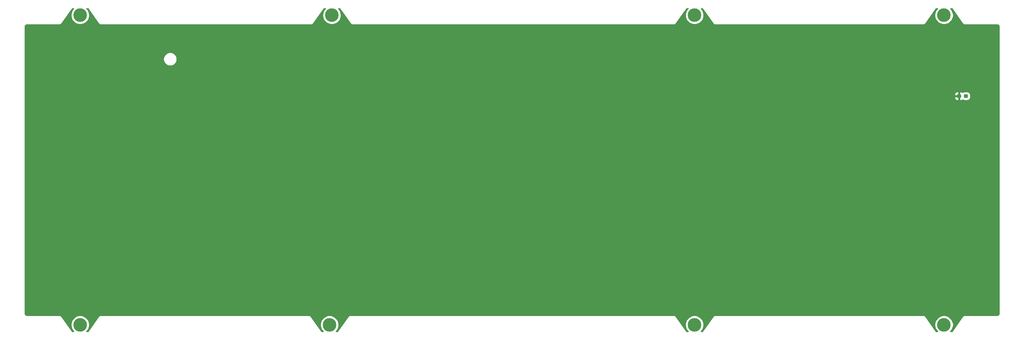
<source format=gbr>
G04 #@! TF.GenerationSoftware,KiCad,Pcbnew,(5.1.4-0)*
G04 #@! TF.CreationDate,2021-11-04T10:19:40-05:00*
G04 #@! TF.ProjectId,bottom_plate,626f7474-6f6d-45f7-906c-6174652e6b69,rev?*
G04 #@! TF.SameCoordinates,Original*
G04 #@! TF.FileFunction,Copper,L1,Top*
G04 #@! TF.FilePolarity,Positive*
%FSLAX46Y46*%
G04 Gerber Fmt 4.6, Leading zero omitted, Abs format (unit mm)*
G04 Created by KiCad (PCBNEW (5.1.4-0)) date 2021-11-04 10:19:40*
%MOMM*%
%LPD*%
G04 APERTURE LIST*
%ADD10C,0.100000*%
%ADD11C,0.950000*%
%ADD12C,3.500000*%
%ADD13C,0.500000*%
%ADD14C,0.250000*%
%ADD15C,0.254000*%
G04 APERTURE END LIST*
D10*
G36*
X389951468Y-59045048D02*
G01*
X389974523Y-59048467D01*
X389997132Y-59054131D01*
X390019076Y-59061983D01*
X390040146Y-59071948D01*
X390060137Y-59083930D01*
X390078857Y-59097814D01*
X390096127Y-59113466D01*
X390111779Y-59130736D01*
X390125663Y-59149456D01*
X390137645Y-59169447D01*
X390147610Y-59190517D01*
X390155462Y-59212461D01*
X390161126Y-59235070D01*
X390164545Y-59258125D01*
X390165689Y-59281404D01*
X390165689Y-59756404D01*
X390164545Y-59779683D01*
X390161126Y-59802738D01*
X390155462Y-59825347D01*
X390147610Y-59847291D01*
X390137645Y-59868361D01*
X390125663Y-59888352D01*
X390111779Y-59907072D01*
X390096127Y-59924342D01*
X390078857Y-59939994D01*
X390060137Y-59953878D01*
X390040146Y-59965860D01*
X390019076Y-59975825D01*
X389997132Y-59983677D01*
X389974523Y-59989341D01*
X389951468Y-59992760D01*
X389928189Y-59993904D01*
X389353189Y-59993904D01*
X389329910Y-59992760D01*
X389306855Y-59989341D01*
X389284246Y-59983677D01*
X389262302Y-59975825D01*
X389241232Y-59965860D01*
X389221241Y-59953878D01*
X389202521Y-59939994D01*
X389185251Y-59924342D01*
X389169599Y-59907072D01*
X389155715Y-59888352D01*
X389143733Y-59868361D01*
X389133768Y-59847291D01*
X389125916Y-59825347D01*
X389120252Y-59802738D01*
X389116833Y-59779683D01*
X389115689Y-59756404D01*
X389115689Y-59281404D01*
X389116833Y-59258125D01*
X389120252Y-59235070D01*
X389125916Y-59212461D01*
X389133768Y-59190517D01*
X389143733Y-59169447D01*
X389155715Y-59149456D01*
X389169599Y-59130736D01*
X389185251Y-59113466D01*
X389202521Y-59097814D01*
X389221241Y-59083930D01*
X389241232Y-59071948D01*
X389262302Y-59061983D01*
X389284246Y-59054131D01*
X389306855Y-59048467D01*
X389329910Y-59045048D01*
X389353189Y-59043904D01*
X389928189Y-59043904D01*
X389951468Y-59045048D01*
X389951468Y-59045048D01*
G37*
D11*
X389640689Y-59518904D03*
D10*
G36*
X388201468Y-59045048D02*
G01*
X388224523Y-59048467D01*
X388247132Y-59054131D01*
X388269076Y-59061983D01*
X388290146Y-59071948D01*
X388310137Y-59083930D01*
X388328857Y-59097814D01*
X388346127Y-59113466D01*
X388361779Y-59130736D01*
X388375663Y-59149456D01*
X388387645Y-59169447D01*
X388397610Y-59190517D01*
X388405462Y-59212461D01*
X388411126Y-59235070D01*
X388414545Y-59258125D01*
X388415689Y-59281404D01*
X388415689Y-59756404D01*
X388414545Y-59779683D01*
X388411126Y-59802738D01*
X388405462Y-59825347D01*
X388397610Y-59847291D01*
X388387645Y-59868361D01*
X388375663Y-59888352D01*
X388361779Y-59907072D01*
X388346127Y-59924342D01*
X388328857Y-59939994D01*
X388310137Y-59953878D01*
X388290146Y-59965860D01*
X388269076Y-59975825D01*
X388247132Y-59983677D01*
X388224523Y-59989341D01*
X388201468Y-59992760D01*
X388178189Y-59993904D01*
X387603189Y-59993904D01*
X387579910Y-59992760D01*
X387556855Y-59989341D01*
X387534246Y-59983677D01*
X387512302Y-59975825D01*
X387491232Y-59965860D01*
X387471241Y-59953878D01*
X387452521Y-59939994D01*
X387435251Y-59924342D01*
X387419599Y-59907072D01*
X387405715Y-59888352D01*
X387393733Y-59868361D01*
X387383768Y-59847291D01*
X387375916Y-59825347D01*
X387370252Y-59802738D01*
X387366833Y-59779683D01*
X387365689Y-59756404D01*
X387365689Y-59281404D01*
X387366833Y-59258125D01*
X387370252Y-59235070D01*
X387375916Y-59212461D01*
X387383768Y-59190517D01*
X387393733Y-59169447D01*
X387405715Y-59149456D01*
X387419599Y-59130736D01*
X387435251Y-59113466D01*
X387452521Y-59097814D01*
X387471241Y-59083930D01*
X387491232Y-59071948D01*
X387512302Y-59061983D01*
X387534246Y-59054131D01*
X387556855Y-59048467D01*
X387579910Y-59045048D01*
X387603189Y-59043904D01*
X388178189Y-59043904D01*
X388201468Y-59045048D01*
X388201468Y-59045048D01*
G37*
D11*
X387890689Y-59518904D03*
D12*
X319709314Y-118454824D03*
X319709381Y-38682951D03*
X225649927Y-118454824D03*
X226245240Y-38683016D03*
X161356123Y-118454824D03*
X161356322Y-38683016D03*
X384003010Y-38683016D03*
X384003010Y-118454824D03*
D13*
X385194165Y-59518840D03*
D14*
X387711370Y-59518840D02*
X385194165Y-59518840D01*
D15*
G36*
X317856831Y-37162602D02*
G01*
X317595821Y-37553230D01*
X317416035Y-37987272D01*
X317324381Y-38448049D01*
X317324381Y-38917853D01*
X317416035Y-39378630D01*
X317595821Y-39812672D01*
X317856831Y-40203300D01*
X318189032Y-40535501D01*
X318579660Y-40796511D01*
X319013702Y-40976297D01*
X319474479Y-41067951D01*
X319944283Y-41067951D01*
X320405060Y-40976297D01*
X320839102Y-40796511D01*
X321229730Y-40535501D01*
X321561931Y-40203300D01*
X321822941Y-39812672D01*
X322002727Y-39378630D01*
X322094381Y-38917853D01*
X322094381Y-38448049D01*
X322002727Y-37987272D01*
X321822941Y-37553230D01*
X321561931Y-37162602D01*
X321361033Y-36961704D01*
X321751082Y-36961704D01*
X324505207Y-40817712D01*
X324515697Y-40837337D01*
X324542894Y-40870476D01*
X324548889Y-40878870D01*
X324563476Y-40895556D01*
X324598174Y-40937835D01*
X324606186Y-40944411D01*
X324613017Y-40952224D01*
X324656388Y-40985610D01*
X324698672Y-41020312D01*
X324707820Y-41025202D01*
X324716037Y-41031527D01*
X324765079Y-41055807D01*
X324813329Y-41081597D01*
X324823249Y-41084606D01*
X324832548Y-41089210D01*
X324885386Y-41103456D01*
X324937739Y-41119337D01*
X324948062Y-41120354D01*
X324958074Y-41123053D01*
X325012664Y-41126716D01*
X325034703Y-41128887D01*
X325045010Y-41128887D01*
X325087792Y-41131758D01*
X325109862Y-41128887D01*
X378602454Y-41128952D01*
X378624514Y-41131822D01*
X378667301Y-41128952D01*
X378677620Y-41128952D01*
X378699655Y-41126782D01*
X378754231Y-41123121D01*
X378764251Y-41120420D01*
X378774584Y-41119402D01*
X378826936Y-41103521D01*
X378879758Y-41089281D01*
X378889063Y-41084675D01*
X378898994Y-41081662D01*
X378947247Y-41055871D01*
X378996271Y-41031601D01*
X379004494Y-41025272D01*
X379013651Y-41020377D01*
X379055933Y-40985677D01*
X379099293Y-40952301D01*
X379106129Y-40944482D01*
X379114149Y-40937900D01*
X379148851Y-40895616D01*
X379163423Y-40878948D01*
X379169419Y-40870554D01*
X379196626Y-40837402D01*
X379207113Y-40817781D01*
X381961402Y-36961768D01*
X382351359Y-36961768D01*
X382150460Y-37162667D01*
X381889450Y-37553295D01*
X381709664Y-37987337D01*
X381618010Y-38448114D01*
X381618010Y-38917918D01*
X381709664Y-39378695D01*
X381889450Y-39812737D01*
X382150460Y-40203365D01*
X382482661Y-40535566D01*
X382873289Y-40796576D01*
X383307331Y-40976362D01*
X383768108Y-41068016D01*
X384237912Y-41068016D01*
X384698689Y-40976362D01*
X385132731Y-40796576D01*
X385523359Y-40535566D01*
X385855560Y-40203365D01*
X386116570Y-39812737D01*
X386296356Y-39378695D01*
X386388010Y-38917918D01*
X386388010Y-38448114D01*
X386296356Y-37987337D01*
X386116570Y-37553295D01*
X385855560Y-37162667D01*
X385654661Y-36961768D01*
X386044778Y-36961768D01*
X388799040Y-40817968D01*
X388809391Y-40837333D01*
X388836233Y-40870040D01*
X388842585Y-40878934D01*
X388858033Y-40896605D01*
X388891867Y-40937832D01*
X388899683Y-40944247D01*
X388906713Y-40952288D01*
X388951331Y-40986634D01*
X388992364Y-41020310D01*
X389001245Y-41025057D01*
X389009733Y-41031591D01*
X389060380Y-41056666D01*
X389107021Y-41081596D01*
X389116613Y-41084506D01*
X389126244Y-41089274D01*
X389180955Y-41104025D01*
X389231431Y-41119337D01*
X389241387Y-41120318D01*
X389251770Y-41123117D01*
X389308384Y-41126916D01*
X389328394Y-41128887D01*
X389337753Y-41128887D01*
X389381488Y-41131822D01*
X389404047Y-41128888D01*
X397662903Y-41128951D01*
X397797637Y-41142162D01*
X397896182Y-41171915D01*
X397987079Y-41220245D01*
X398066848Y-41285303D01*
X398132471Y-41364628D01*
X398181431Y-41455178D01*
X398211872Y-41553515D01*
X398225811Y-41686135D01*
X398225810Y-115445987D01*
X398212600Y-115580714D01*
X398182846Y-115679263D01*
X398134516Y-115770157D01*
X398069459Y-115849926D01*
X397990136Y-115915547D01*
X397899584Y-115964509D01*
X397801249Y-115994949D01*
X397668624Y-116008888D01*
X389403565Y-116008952D01*
X389381511Y-116006083D01*
X389338720Y-116008953D01*
X389328394Y-116008953D01*
X389306355Y-116011124D01*
X389251794Y-116014783D01*
X389241773Y-116017484D01*
X389231431Y-116018503D01*
X389179063Y-116034389D01*
X389126266Y-116048622D01*
X389116959Y-116053229D01*
X389107021Y-116056244D01*
X389058771Y-116082034D01*
X389009753Y-116106300D01*
X389001525Y-116112633D01*
X388992364Y-116117530D01*
X388950087Y-116152227D01*
X388906730Y-116185600D01*
X388899890Y-116193424D01*
X388891867Y-116200008D01*
X388857196Y-116242255D01*
X388842599Y-116258951D01*
X388836585Y-116267370D01*
X388809391Y-116300507D01*
X388798913Y-116320111D01*
X386044614Y-120176072D01*
X385654661Y-120176072D01*
X385855560Y-119975173D01*
X386116570Y-119584545D01*
X386296356Y-119150503D01*
X386388010Y-118689726D01*
X386388010Y-118219922D01*
X386296356Y-117759145D01*
X386116570Y-117325103D01*
X385855560Y-116934475D01*
X385523359Y-116602274D01*
X385132731Y-116341264D01*
X384698689Y-116161478D01*
X384237912Y-116069824D01*
X383768108Y-116069824D01*
X383307331Y-116161478D01*
X382873289Y-116341264D01*
X382482661Y-116602274D01*
X382150460Y-116934475D01*
X381889450Y-117325103D01*
X381709664Y-117759145D01*
X381618010Y-118219922D01*
X381618010Y-118689726D01*
X381709664Y-119150503D01*
X381889450Y-119584545D01*
X382150460Y-119975173D01*
X382351359Y-120176072D01*
X381961402Y-120176072D01*
X379206979Y-116319871D01*
X379196627Y-116300503D01*
X379169770Y-116267778D01*
X379163423Y-116258892D01*
X379147997Y-116241247D01*
X379114150Y-116200005D01*
X379106328Y-116193585D01*
X379099293Y-116185539D01*
X379054674Y-116151194D01*
X379013652Y-116117528D01*
X379004768Y-116112779D01*
X378996271Y-116106239D01*
X378945613Y-116081161D01*
X378898995Y-116056243D01*
X378889400Y-116053332D01*
X378879758Y-116048559D01*
X378825020Y-116033802D01*
X378774585Y-116018503D01*
X378764631Y-116017523D01*
X378754231Y-116014719D01*
X378697589Y-116010920D01*
X378677621Y-116008953D01*
X378668270Y-116008953D01*
X378624514Y-116006018D01*
X378601956Y-116008953D01*
X325109865Y-116008888D01*
X325087803Y-116006018D01*
X325045026Y-116008888D01*
X325034704Y-116008888D01*
X325012647Y-116011060D01*
X324958086Y-116014721D01*
X324948074Y-116017420D01*
X324937740Y-116018438D01*
X324885368Y-116034325D01*
X324832559Y-116048562D01*
X324823259Y-116053166D01*
X324813330Y-116056178D01*
X324765082Y-116081967D01*
X324716047Y-116106242D01*
X324707824Y-116112572D01*
X324698673Y-116117463D01*
X324656400Y-116152156D01*
X324613025Y-116185544D01*
X324606190Y-116193363D01*
X324598175Y-116199940D01*
X324563486Y-116242208D01*
X324548896Y-116258897D01*
X324542895Y-116267298D01*
X324515698Y-116300438D01*
X324505212Y-116320056D01*
X321750981Y-120176072D01*
X321360965Y-120176072D01*
X321561864Y-119975173D01*
X321822874Y-119584545D01*
X322002660Y-119150503D01*
X322094314Y-118689726D01*
X322094314Y-118219922D01*
X322002660Y-117759145D01*
X321822874Y-117325103D01*
X321561864Y-116934475D01*
X321229663Y-116602274D01*
X320839035Y-116341264D01*
X320404993Y-116161478D01*
X319944216Y-116069824D01*
X319474412Y-116069824D01*
X319013635Y-116161478D01*
X318579593Y-116341264D01*
X318188965Y-116602274D01*
X317856764Y-116934475D01*
X317595754Y-117325103D01*
X317415968Y-117759145D01*
X317324314Y-118219922D01*
X317324314Y-118689726D01*
X317415968Y-119150503D01*
X317595754Y-119584545D01*
X317856764Y-119975173D01*
X318057663Y-120176072D01*
X317667713Y-120176072D01*
X314913418Y-116320060D01*
X314902930Y-116300438D01*
X314875721Y-116267283D01*
X314869726Y-116258891D01*
X314855160Y-116242230D01*
X314820453Y-116199940D01*
X314812430Y-116193355D01*
X314805596Y-116185539D01*
X314762244Y-116152169D01*
X314719955Y-116117463D01*
X314710798Y-116112569D01*
X314702574Y-116106238D01*
X314653549Y-116081968D01*
X314605298Y-116056178D01*
X314595365Y-116053165D01*
X314586061Y-116048559D01*
X314533248Y-116034321D01*
X314480888Y-116018438D01*
X314470554Y-116017420D01*
X314460534Y-116014719D01*
X314405961Y-116011058D01*
X314383924Y-116008888D01*
X314373604Y-116008888D01*
X314330817Y-116006018D01*
X314308758Y-116008888D01*
X231050577Y-116008953D01*
X231028519Y-116006083D01*
X230985727Y-116008953D01*
X230975407Y-116008953D01*
X230953378Y-116011123D01*
X230898802Y-116014783D01*
X230888779Y-116017485D01*
X230878443Y-116018503D01*
X230826095Y-116034383D01*
X230773274Y-116048622D01*
X230763966Y-116053230D01*
X230754033Y-116056243D01*
X230705798Y-116082025D01*
X230656761Y-116106300D01*
X230648532Y-116112634D01*
X230639376Y-116117528D01*
X230597105Y-116152219D01*
X230553738Y-116185600D01*
X230546899Y-116193422D01*
X230538878Y-116200005D01*
X230504201Y-116242259D01*
X230489607Y-116258951D01*
X230483598Y-116267364D01*
X230456401Y-116300503D01*
X230445920Y-116320112D01*
X227691622Y-120176072D01*
X227301578Y-120176072D01*
X227502477Y-119975173D01*
X227763487Y-119584545D01*
X227943273Y-119150503D01*
X228034927Y-118689726D01*
X228034927Y-118219922D01*
X227943273Y-117759145D01*
X227763487Y-117325103D01*
X227502477Y-116934475D01*
X227170276Y-116602274D01*
X226779648Y-116341264D01*
X226345606Y-116161478D01*
X225884829Y-116069824D01*
X225415025Y-116069824D01*
X224954248Y-116161478D01*
X224520206Y-116341264D01*
X224129578Y-116602274D01*
X223797377Y-116934475D01*
X223536367Y-117325103D01*
X223356581Y-117759145D01*
X223264927Y-118219922D01*
X223264927Y-118689726D01*
X223356581Y-119150503D01*
X223536367Y-119584545D01*
X223797377Y-119975173D01*
X223998276Y-120176072D01*
X223608329Y-120176072D01*
X220854124Y-116320063D01*
X220843634Y-116300437D01*
X220816430Y-116267289D01*
X220810437Y-116258899D01*
X220795865Y-116242231D01*
X220761156Y-116199939D01*
X220753136Y-116193357D01*
X220746307Y-116185546D01*
X220702949Y-116152170D01*
X220660658Y-116117463D01*
X220651509Y-116112573D01*
X220643286Y-116106243D01*
X220594244Y-116081964D01*
X220546001Y-116056178D01*
X220536074Y-116053167D01*
X220526775Y-116048563D01*
X220473956Y-116034323D01*
X220421591Y-116018438D01*
X220411262Y-116017421D01*
X220401248Y-116014721D01*
X220346677Y-116011060D01*
X220324627Y-116008888D01*
X220314308Y-116008888D01*
X220271531Y-116006018D01*
X220249468Y-116008888D01*
X166757387Y-116009017D01*
X166734844Y-116006083D01*
X166691078Y-116009017D01*
X166681710Y-116009017D01*
X166661744Y-116010983D01*
X166605126Y-116014779D01*
X166594715Y-116017585D01*
X166584746Y-116018567D01*
X166534310Y-116033867D01*
X166479598Y-116048614D01*
X166469946Y-116053392D01*
X166460336Y-116056307D01*
X166413718Y-116081224D01*
X166363083Y-116106289D01*
X166354577Y-116112836D01*
X166345679Y-116117592D01*
X166304663Y-116151254D01*
X166260058Y-116185585D01*
X166253013Y-116193642D01*
X166245181Y-116200070D01*
X166211366Y-116241274D01*
X166195924Y-116258935D01*
X166189555Y-116267851D01*
X166162705Y-116300568D01*
X166152365Y-116319912D01*
X163397744Y-120176072D01*
X163007774Y-120176072D01*
X163208673Y-119975173D01*
X163469683Y-119584545D01*
X163649469Y-119150503D01*
X163741123Y-118689726D01*
X163741123Y-118219922D01*
X163649469Y-117759145D01*
X163469683Y-117325103D01*
X163208673Y-116934475D01*
X162876472Y-116602274D01*
X162485844Y-116341264D01*
X162051802Y-116161478D01*
X161591025Y-116069824D01*
X161121221Y-116069824D01*
X160660444Y-116161478D01*
X160226402Y-116341264D01*
X159835774Y-116602274D01*
X159503573Y-116934475D01*
X159242563Y-117325103D01*
X159062777Y-117759145D01*
X158971123Y-118219922D01*
X158971123Y-118689726D01*
X159062777Y-119150503D01*
X159242563Y-119584545D01*
X159503573Y-119975173D01*
X159704472Y-120176072D01*
X159314532Y-120176072D01*
X156560433Y-116320072D01*
X156549939Y-116300438D01*
X156522733Y-116267288D01*
X156516748Y-116258908D01*
X156502181Y-116242246D01*
X156467462Y-116199940D01*
X156459447Y-116193362D01*
X156452620Y-116185553D01*
X156409272Y-116152185D01*
X156366964Y-116117463D01*
X156357811Y-116112571D01*
X156349600Y-116106250D01*
X156300595Y-116081988D01*
X156252307Y-116056178D01*
X156242379Y-116053166D01*
X156233089Y-116048567D01*
X156180289Y-116034331D01*
X156127897Y-116018438D01*
X156117569Y-116017421D01*
X156107563Y-116014723D01*
X156053000Y-116011061D01*
X156030933Y-116008888D01*
X156020614Y-116008888D01*
X155977847Y-116006018D01*
X155955782Y-116008888D01*
X147696423Y-116008888D01*
X147561696Y-115995678D01*
X147463147Y-115965924D01*
X147372253Y-115917594D01*
X147292484Y-115852537D01*
X147226863Y-115773214D01*
X147177901Y-115682662D01*
X147147461Y-115584327D01*
X147133522Y-115451707D01*
X147133522Y-59993904D01*
X386727617Y-59993904D01*
X386739877Y-60118386D01*
X386776187Y-60238084D01*
X386835152Y-60348398D01*
X386914504Y-60445089D01*
X387011195Y-60524441D01*
X387121509Y-60583406D01*
X387241207Y-60619716D01*
X387365689Y-60631976D01*
X387604939Y-60628904D01*
X387763689Y-60470154D01*
X387763689Y-59645904D01*
X386889439Y-59645904D01*
X386730689Y-59804654D01*
X386727617Y-59993904D01*
X147133522Y-59993904D01*
X147133522Y-59043904D01*
X386727617Y-59043904D01*
X386730689Y-59233154D01*
X386889439Y-59391904D01*
X387763689Y-59391904D01*
X387763689Y-58567654D01*
X388017689Y-58567654D01*
X388017689Y-59391904D01*
X388037689Y-59391904D01*
X388037689Y-59645904D01*
X388017689Y-59645904D01*
X388017689Y-60470154D01*
X388176439Y-60628904D01*
X388415689Y-60631976D01*
X388540171Y-60619716D01*
X388659869Y-60583406D01*
X388770183Y-60524441D01*
X388842850Y-60464805D01*
X388866747Y-60484416D01*
X389018122Y-60565327D01*
X389182373Y-60615152D01*
X389353189Y-60631976D01*
X389928189Y-60631976D01*
X390099005Y-60615152D01*
X390263256Y-60565327D01*
X390414631Y-60484416D01*
X390547312Y-60375527D01*
X390656201Y-60242846D01*
X390737112Y-60091471D01*
X390786937Y-59927220D01*
X390803761Y-59756404D01*
X390803761Y-59281404D01*
X390786937Y-59110588D01*
X390737112Y-58946337D01*
X390656201Y-58794962D01*
X390547312Y-58662281D01*
X390414631Y-58553392D01*
X390263256Y-58472481D01*
X390099005Y-58422656D01*
X389928189Y-58405832D01*
X389353189Y-58405832D01*
X389182373Y-58422656D01*
X389018122Y-58472481D01*
X388866747Y-58553392D01*
X388842850Y-58573003D01*
X388770183Y-58513367D01*
X388659869Y-58454402D01*
X388540171Y-58418092D01*
X388415689Y-58405832D01*
X388176439Y-58408904D01*
X388017689Y-58567654D01*
X387763689Y-58567654D01*
X387604939Y-58408904D01*
X387365689Y-58405832D01*
X387241207Y-58418092D01*
X387121509Y-58454402D01*
X387011195Y-58513367D01*
X386914504Y-58592719D01*
X386835152Y-58689410D01*
X386776187Y-58799724D01*
X386739877Y-58919422D01*
X386727617Y-59043904D01*
X147133522Y-59043904D01*
X147133522Y-49823061D01*
X182838490Y-49823061D01*
X182838490Y-50164827D01*
X182905165Y-50500025D01*
X183035953Y-50815775D01*
X183225827Y-51099942D01*
X183467492Y-51341607D01*
X183751659Y-51531481D01*
X184067409Y-51662269D01*
X184402607Y-51728944D01*
X184744373Y-51728944D01*
X185079571Y-51662269D01*
X185395321Y-51531481D01*
X185679488Y-51341607D01*
X185921153Y-51099942D01*
X186111027Y-50815775D01*
X186241815Y-50500025D01*
X186308490Y-50164827D01*
X186308490Y-49823061D01*
X186241815Y-49487863D01*
X186111027Y-49172113D01*
X185921153Y-48887946D01*
X185679488Y-48646281D01*
X185395321Y-48456407D01*
X185079571Y-48325619D01*
X184744373Y-48258944D01*
X184402607Y-48258944D01*
X184067409Y-48325619D01*
X183751659Y-48456407D01*
X183467492Y-48646281D01*
X183225827Y-48887946D01*
X183035953Y-49172113D01*
X182905165Y-49487863D01*
X182838490Y-49823061D01*
X147133522Y-49823061D01*
X147133522Y-41691853D01*
X147146732Y-41557125D01*
X147176485Y-41458580D01*
X147224815Y-41367683D01*
X147289873Y-41287914D01*
X147369198Y-41222291D01*
X147459748Y-41173331D01*
X147558085Y-41142890D01*
X147690695Y-41128952D01*
X155955767Y-41128952D01*
X155977825Y-41131822D01*
X156020612Y-41128952D01*
X156030933Y-41128952D01*
X156052972Y-41126781D01*
X156107542Y-41123121D01*
X156117561Y-41120420D01*
X156127897Y-41119402D01*
X156180265Y-41103516D01*
X156233069Y-41089281D01*
X156242371Y-41084676D01*
X156252307Y-41081662D01*
X156300570Y-41055865D01*
X156349582Y-41031602D01*
X156357804Y-41025273D01*
X156366964Y-41020377D01*
X156409268Y-40985659D01*
X156452604Y-40952301D01*
X156459435Y-40944487D01*
X156467462Y-40937900D01*
X156502184Y-40895591D01*
X156516734Y-40878949D01*
X156522722Y-40870566D01*
X156549939Y-40837402D01*
X156560430Y-40817775D01*
X159314721Y-36961768D01*
X159704671Y-36961768D01*
X159503772Y-37162667D01*
X159242762Y-37553295D01*
X159062976Y-37987337D01*
X158971322Y-38448114D01*
X158971322Y-38917918D01*
X159062976Y-39378695D01*
X159242762Y-39812737D01*
X159503772Y-40203365D01*
X159835973Y-40535566D01*
X160226601Y-40796576D01*
X160660643Y-40976362D01*
X161121420Y-41068016D01*
X161591224Y-41068016D01*
X162052001Y-40976362D01*
X162486043Y-40796576D01*
X162876671Y-40535566D01*
X163208872Y-40203365D01*
X163469882Y-39812737D01*
X163649668Y-39378695D01*
X163741322Y-38917918D01*
X163741322Y-38448114D01*
X163649668Y-37987337D01*
X163469882Y-37553295D01*
X163208872Y-37162667D01*
X163007973Y-36961768D01*
X163397926Y-36961768D01*
X166152221Y-40817725D01*
X166162705Y-40837338D01*
X166189907Y-40870484D01*
X166195911Y-40878889D01*
X166210491Y-40895566D01*
X166245182Y-40937836D01*
X166253206Y-40944421D01*
X166260042Y-40952240D01*
X166303390Y-40985606D01*
X166345680Y-41020313D01*
X166354841Y-41025209D01*
X166363065Y-41031540D01*
X166412076Y-41055802D01*
X166460337Y-41081598D01*
X166470275Y-41084613D01*
X166479578Y-41089218D01*
X166532369Y-41103449D01*
X166584747Y-41119338D01*
X166595088Y-41120357D01*
X166605106Y-41123057D01*
X166659650Y-41126715D01*
X166681711Y-41128888D01*
X166692046Y-41128888D01*
X166734823Y-41131757D01*
X166756874Y-41128888D01*
X220844289Y-41128888D01*
X220866843Y-41131822D01*
X220910574Y-41128888D01*
X220919941Y-41128888D01*
X220939958Y-41126917D01*
X220996559Y-41123119D01*
X221006945Y-41120319D01*
X221016905Y-41119338D01*
X221067394Y-41104022D01*
X221122087Y-41089277D01*
X221131717Y-41084510D01*
X221141315Y-41081598D01*
X221187961Y-41056665D01*
X221238598Y-41031597D01*
X221247088Y-41025061D01*
X221255972Y-41020313D01*
X221297028Y-40986619D01*
X221341619Y-40952294D01*
X221348644Y-40944259D01*
X221356470Y-40937836D01*
X221390332Y-40896575D01*
X221405749Y-40878941D01*
X221412091Y-40870062D01*
X221438947Y-40837338D01*
X221449302Y-40817964D01*
X224203642Y-36961768D01*
X224593589Y-36961768D01*
X224392690Y-37162667D01*
X224131680Y-37553295D01*
X223951894Y-37987337D01*
X223860240Y-38448114D01*
X223860240Y-38917918D01*
X223951894Y-39378695D01*
X224131680Y-39812737D01*
X224392690Y-40203365D01*
X224724891Y-40535566D01*
X225115519Y-40796576D01*
X225549561Y-40976362D01*
X226010338Y-41068016D01*
X226480142Y-41068016D01*
X226940919Y-40976362D01*
X227374961Y-40796576D01*
X227765589Y-40535566D01*
X228097790Y-40203365D01*
X228358800Y-39812737D01*
X228538586Y-39378695D01*
X228630240Y-38917918D01*
X228630240Y-38448114D01*
X228538586Y-37987337D01*
X228358800Y-37553295D01*
X228097790Y-37162667D01*
X227896891Y-36961768D01*
X228286850Y-36961768D01*
X231041365Y-40817977D01*
X231051713Y-40837338D01*
X231078568Y-40870061D01*
X231084922Y-40878956D01*
X231100350Y-40896602D01*
X231134190Y-40937836D01*
X231142017Y-40944260D01*
X231149053Y-40952307D01*
X231193659Y-40986641D01*
X231234688Y-41020313D01*
X231243577Y-41025064D01*
X231252076Y-41031606D01*
X231302713Y-41056673D01*
X231349345Y-41081598D01*
X231358949Y-41084511D01*
X231368590Y-41089284D01*
X231423286Y-41104028D01*
X231473755Y-41119338D01*
X231483722Y-41120320D01*
X231494118Y-41123122D01*
X231550704Y-41126917D01*
X231570719Y-41128888D01*
X231580099Y-41128888D01*
X231623835Y-41131821D01*
X231646376Y-41128888D01*
X314308759Y-41128888D01*
X314330818Y-41131758D01*
X314373605Y-41128888D01*
X314383925Y-41128888D01*
X314405962Y-41126718D01*
X314460535Y-41123057D01*
X314470555Y-41120356D01*
X314480889Y-41119338D01*
X314533249Y-41103455D01*
X314586062Y-41089217D01*
X314595365Y-41084611D01*
X314605299Y-41081598D01*
X314653564Y-41055800D01*
X314702575Y-41031537D01*
X314710796Y-41025209D01*
X314719956Y-41020313D01*
X314762254Y-40985600D01*
X314805597Y-40952237D01*
X314812430Y-40944421D01*
X314820454Y-40937836D01*
X314855171Y-40895533D01*
X314869727Y-40878884D01*
X314875716Y-40870500D01*
X314902931Y-40837338D01*
X314913421Y-40817712D01*
X317667706Y-36961704D01*
X318057729Y-36961704D01*
X317856831Y-37162602D01*
X317856831Y-37162602D01*
G37*
X317856831Y-37162602D02*
X317595821Y-37553230D01*
X317416035Y-37987272D01*
X317324381Y-38448049D01*
X317324381Y-38917853D01*
X317416035Y-39378630D01*
X317595821Y-39812672D01*
X317856831Y-40203300D01*
X318189032Y-40535501D01*
X318579660Y-40796511D01*
X319013702Y-40976297D01*
X319474479Y-41067951D01*
X319944283Y-41067951D01*
X320405060Y-40976297D01*
X320839102Y-40796511D01*
X321229730Y-40535501D01*
X321561931Y-40203300D01*
X321822941Y-39812672D01*
X322002727Y-39378630D01*
X322094381Y-38917853D01*
X322094381Y-38448049D01*
X322002727Y-37987272D01*
X321822941Y-37553230D01*
X321561931Y-37162602D01*
X321361033Y-36961704D01*
X321751082Y-36961704D01*
X324505207Y-40817712D01*
X324515697Y-40837337D01*
X324542894Y-40870476D01*
X324548889Y-40878870D01*
X324563476Y-40895556D01*
X324598174Y-40937835D01*
X324606186Y-40944411D01*
X324613017Y-40952224D01*
X324656388Y-40985610D01*
X324698672Y-41020312D01*
X324707820Y-41025202D01*
X324716037Y-41031527D01*
X324765079Y-41055807D01*
X324813329Y-41081597D01*
X324823249Y-41084606D01*
X324832548Y-41089210D01*
X324885386Y-41103456D01*
X324937739Y-41119337D01*
X324948062Y-41120354D01*
X324958074Y-41123053D01*
X325012664Y-41126716D01*
X325034703Y-41128887D01*
X325045010Y-41128887D01*
X325087792Y-41131758D01*
X325109862Y-41128887D01*
X378602454Y-41128952D01*
X378624514Y-41131822D01*
X378667301Y-41128952D01*
X378677620Y-41128952D01*
X378699655Y-41126782D01*
X378754231Y-41123121D01*
X378764251Y-41120420D01*
X378774584Y-41119402D01*
X378826936Y-41103521D01*
X378879758Y-41089281D01*
X378889063Y-41084675D01*
X378898994Y-41081662D01*
X378947247Y-41055871D01*
X378996271Y-41031601D01*
X379004494Y-41025272D01*
X379013651Y-41020377D01*
X379055933Y-40985677D01*
X379099293Y-40952301D01*
X379106129Y-40944482D01*
X379114149Y-40937900D01*
X379148851Y-40895616D01*
X379163423Y-40878948D01*
X379169419Y-40870554D01*
X379196626Y-40837402D01*
X379207113Y-40817781D01*
X381961402Y-36961768D01*
X382351359Y-36961768D01*
X382150460Y-37162667D01*
X381889450Y-37553295D01*
X381709664Y-37987337D01*
X381618010Y-38448114D01*
X381618010Y-38917918D01*
X381709664Y-39378695D01*
X381889450Y-39812737D01*
X382150460Y-40203365D01*
X382482661Y-40535566D01*
X382873289Y-40796576D01*
X383307331Y-40976362D01*
X383768108Y-41068016D01*
X384237912Y-41068016D01*
X384698689Y-40976362D01*
X385132731Y-40796576D01*
X385523359Y-40535566D01*
X385855560Y-40203365D01*
X386116570Y-39812737D01*
X386296356Y-39378695D01*
X386388010Y-38917918D01*
X386388010Y-38448114D01*
X386296356Y-37987337D01*
X386116570Y-37553295D01*
X385855560Y-37162667D01*
X385654661Y-36961768D01*
X386044778Y-36961768D01*
X388799040Y-40817968D01*
X388809391Y-40837333D01*
X388836233Y-40870040D01*
X388842585Y-40878934D01*
X388858033Y-40896605D01*
X388891867Y-40937832D01*
X388899683Y-40944247D01*
X388906713Y-40952288D01*
X388951331Y-40986634D01*
X388992364Y-41020310D01*
X389001245Y-41025057D01*
X389009733Y-41031591D01*
X389060380Y-41056666D01*
X389107021Y-41081596D01*
X389116613Y-41084506D01*
X389126244Y-41089274D01*
X389180955Y-41104025D01*
X389231431Y-41119337D01*
X389241387Y-41120318D01*
X389251770Y-41123117D01*
X389308384Y-41126916D01*
X389328394Y-41128887D01*
X389337753Y-41128887D01*
X389381488Y-41131822D01*
X389404047Y-41128888D01*
X397662903Y-41128951D01*
X397797637Y-41142162D01*
X397896182Y-41171915D01*
X397987079Y-41220245D01*
X398066848Y-41285303D01*
X398132471Y-41364628D01*
X398181431Y-41455178D01*
X398211872Y-41553515D01*
X398225811Y-41686135D01*
X398225810Y-115445987D01*
X398212600Y-115580714D01*
X398182846Y-115679263D01*
X398134516Y-115770157D01*
X398069459Y-115849926D01*
X397990136Y-115915547D01*
X397899584Y-115964509D01*
X397801249Y-115994949D01*
X397668624Y-116008888D01*
X389403565Y-116008952D01*
X389381511Y-116006083D01*
X389338720Y-116008953D01*
X389328394Y-116008953D01*
X389306355Y-116011124D01*
X389251794Y-116014783D01*
X389241773Y-116017484D01*
X389231431Y-116018503D01*
X389179063Y-116034389D01*
X389126266Y-116048622D01*
X389116959Y-116053229D01*
X389107021Y-116056244D01*
X389058771Y-116082034D01*
X389009753Y-116106300D01*
X389001525Y-116112633D01*
X388992364Y-116117530D01*
X388950087Y-116152227D01*
X388906730Y-116185600D01*
X388899890Y-116193424D01*
X388891867Y-116200008D01*
X388857196Y-116242255D01*
X388842599Y-116258951D01*
X388836585Y-116267370D01*
X388809391Y-116300507D01*
X388798913Y-116320111D01*
X386044614Y-120176072D01*
X385654661Y-120176072D01*
X385855560Y-119975173D01*
X386116570Y-119584545D01*
X386296356Y-119150503D01*
X386388010Y-118689726D01*
X386388010Y-118219922D01*
X386296356Y-117759145D01*
X386116570Y-117325103D01*
X385855560Y-116934475D01*
X385523359Y-116602274D01*
X385132731Y-116341264D01*
X384698689Y-116161478D01*
X384237912Y-116069824D01*
X383768108Y-116069824D01*
X383307331Y-116161478D01*
X382873289Y-116341264D01*
X382482661Y-116602274D01*
X382150460Y-116934475D01*
X381889450Y-117325103D01*
X381709664Y-117759145D01*
X381618010Y-118219922D01*
X381618010Y-118689726D01*
X381709664Y-119150503D01*
X381889450Y-119584545D01*
X382150460Y-119975173D01*
X382351359Y-120176072D01*
X381961402Y-120176072D01*
X379206979Y-116319871D01*
X379196627Y-116300503D01*
X379169770Y-116267778D01*
X379163423Y-116258892D01*
X379147997Y-116241247D01*
X379114150Y-116200005D01*
X379106328Y-116193585D01*
X379099293Y-116185539D01*
X379054674Y-116151194D01*
X379013652Y-116117528D01*
X379004768Y-116112779D01*
X378996271Y-116106239D01*
X378945613Y-116081161D01*
X378898995Y-116056243D01*
X378889400Y-116053332D01*
X378879758Y-116048559D01*
X378825020Y-116033802D01*
X378774585Y-116018503D01*
X378764631Y-116017523D01*
X378754231Y-116014719D01*
X378697589Y-116010920D01*
X378677621Y-116008953D01*
X378668270Y-116008953D01*
X378624514Y-116006018D01*
X378601956Y-116008953D01*
X325109865Y-116008888D01*
X325087803Y-116006018D01*
X325045026Y-116008888D01*
X325034704Y-116008888D01*
X325012647Y-116011060D01*
X324958086Y-116014721D01*
X324948074Y-116017420D01*
X324937740Y-116018438D01*
X324885368Y-116034325D01*
X324832559Y-116048562D01*
X324823259Y-116053166D01*
X324813330Y-116056178D01*
X324765082Y-116081967D01*
X324716047Y-116106242D01*
X324707824Y-116112572D01*
X324698673Y-116117463D01*
X324656400Y-116152156D01*
X324613025Y-116185544D01*
X324606190Y-116193363D01*
X324598175Y-116199940D01*
X324563486Y-116242208D01*
X324548896Y-116258897D01*
X324542895Y-116267298D01*
X324515698Y-116300438D01*
X324505212Y-116320056D01*
X321750981Y-120176072D01*
X321360965Y-120176072D01*
X321561864Y-119975173D01*
X321822874Y-119584545D01*
X322002660Y-119150503D01*
X322094314Y-118689726D01*
X322094314Y-118219922D01*
X322002660Y-117759145D01*
X321822874Y-117325103D01*
X321561864Y-116934475D01*
X321229663Y-116602274D01*
X320839035Y-116341264D01*
X320404993Y-116161478D01*
X319944216Y-116069824D01*
X319474412Y-116069824D01*
X319013635Y-116161478D01*
X318579593Y-116341264D01*
X318188965Y-116602274D01*
X317856764Y-116934475D01*
X317595754Y-117325103D01*
X317415968Y-117759145D01*
X317324314Y-118219922D01*
X317324314Y-118689726D01*
X317415968Y-119150503D01*
X317595754Y-119584545D01*
X317856764Y-119975173D01*
X318057663Y-120176072D01*
X317667713Y-120176072D01*
X314913418Y-116320060D01*
X314902930Y-116300438D01*
X314875721Y-116267283D01*
X314869726Y-116258891D01*
X314855160Y-116242230D01*
X314820453Y-116199940D01*
X314812430Y-116193355D01*
X314805596Y-116185539D01*
X314762244Y-116152169D01*
X314719955Y-116117463D01*
X314710798Y-116112569D01*
X314702574Y-116106238D01*
X314653549Y-116081968D01*
X314605298Y-116056178D01*
X314595365Y-116053165D01*
X314586061Y-116048559D01*
X314533248Y-116034321D01*
X314480888Y-116018438D01*
X314470554Y-116017420D01*
X314460534Y-116014719D01*
X314405961Y-116011058D01*
X314383924Y-116008888D01*
X314373604Y-116008888D01*
X314330817Y-116006018D01*
X314308758Y-116008888D01*
X231050577Y-116008953D01*
X231028519Y-116006083D01*
X230985727Y-116008953D01*
X230975407Y-116008953D01*
X230953378Y-116011123D01*
X230898802Y-116014783D01*
X230888779Y-116017485D01*
X230878443Y-116018503D01*
X230826095Y-116034383D01*
X230773274Y-116048622D01*
X230763966Y-116053230D01*
X230754033Y-116056243D01*
X230705798Y-116082025D01*
X230656761Y-116106300D01*
X230648532Y-116112634D01*
X230639376Y-116117528D01*
X230597105Y-116152219D01*
X230553738Y-116185600D01*
X230546899Y-116193422D01*
X230538878Y-116200005D01*
X230504201Y-116242259D01*
X230489607Y-116258951D01*
X230483598Y-116267364D01*
X230456401Y-116300503D01*
X230445920Y-116320112D01*
X227691622Y-120176072D01*
X227301578Y-120176072D01*
X227502477Y-119975173D01*
X227763487Y-119584545D01*
X227943273Y-119150503D01*
X228034927Y-118689726D01*
X228034927Y-118219922D01*
X227943273Y-117759145D01*
X227763487Y-117325103D01*
X227502477Y-116934475D01*
X227170276Y-116602274D01*
X226779648Y-116341264D01*
X226345606Y-116161478D01*
X225884829Y-116069824D01*
X225415025Y-116069824D01*
X224954248Y-116161478D01*
X224520206Y-116341264D01*
X224129578Y-116602274D01*
X223797377Y-116934475D01*
X223536367Y-117325103D01*
X223356581Y-117759145D01*
X223264927Y-118219922D01*
X223264927Y-118689726D01*
X223356581Y-119150503D01*
X223536367Y-119584545D01*
X223797377Y-119975173D01*
X223998276Y-120176072D01*
X223608329Y-120176072D01*
X220854124Y-116320063D01*
X220843634Y-116300437D01*
X220816430Y-116267289D01*
X220810437Y-116258899D01*
X220795865Y-116242231D01*
X220761156Y-116199939D01*
X220753136Y-116193357D01*
X220746307Y-116185546D01*
X220702949Y-116152170D01*
X220660658Y-116117463D01*
X220651509Y-116112573D01*
X220643286Y-116106243D01*
X220594244Y-116081964D01*
X220546001Y-116056178D01*
X220536074Y-116053167D01*
X220526775Y-116048563D01*
X220473956Y-116034323D01*
X220421591Y-116018438D01*
X220411262Y-116017421D01*
X220401248Y-116014721D01*
X220346677Y-116011060D01*
X220324627Y-116008888D01*
X220314308Y-116008888D01*
X220271531Y-116006018D01*
X220249468Y-116008888D01*
X166757387Y-116009017D01*
X166734844Y-116006083D01*
X166691078Y-116009017D01*
X166681710Y-116009017D01*
X166661744Y-116010983D01*
X166605126Y-116014779D01*
X166594715Y-116017585D01*
X166584746Y-116018567D01*
X166534310Y-116033867D01*
X166479598Y-116048614D01*
X166469946Y-116053392D01*
X166460336Y-116056307D01*
X166413718Y-116081224D01*
X166363083Y-116106289D01*
X166354577Y-116112836D01*
X166345679Y-116117592D01*
X166304663Y-116151254D01*
X166260058Y-116185585D01*
X166253013Y-116193642D01*
X166245181Y-116200070D01*
X166211366Y-116241274D01*
X166195924Y-116258935D01*
X166189555Y-116267851D01*
X166162705Y-116300568D01*
X166152365Y-116319912D01*
X163397744Y-120176072D01*
X163007774Y-120176072D01*
X163208673Y-119975173D01*
X163469683Y-119584545D01*
X163649469Y-119150503D01*
X163741123Y-118689726D01*
X163741123Y-118219922D01*
X163649469Y-117759145D01*
X163469683Y-117325103D01*
X163208673Y-116934475D01*
X162876472Y-116602274D01*
X162485844Y-116341264D01*
X162051802Y-116161478D01*
X161591025Y-116069824D01*
X161121221Y-116069824D01*
X160660444Y-116161478D01*
X160226402Y-116341264D01*
X159835774Y-116602274D01*
X159503573Y-116934475D01*
X159242563Y-117325103D01*
X159062777Y-117759145D01*
X158971123Y-118219922D01*
X158971123Y-118689726D01*
X159062777Y-119150503D01*
X159242563Y-119584545D01*
X159503573Y-119975173D01*
X159704472Y-120176072D01*
X159314532Y-120176072D01*
X156560433Y-116320072D01*
X156549939Y-116300438D01*
X156522733Y-116267288D01*
X156516748Y-116258908D01*
X156502181Y-116242246D01*
X156467462Y-116199940D01*
X156459447Y-116193362D01*
X156452620Y-116185553D01*
X156409272Y-116152185D01*
X156366964Y-116117463D01*
X156357811Y-116112571D01*
X156349600Y-116106250D01*
X156300595Y-116081988D01*
X156252307Y-116056178D01*
X156242379Y-116053166D01*
X156233089Y-116048567D01*
X156180289Y-116034331D01*
X156127897Y-116018438D01*
X156117569Y-116017421D01*
X156107563Y-116014723D01*
X156053000Y-116011061D01*
X156030933Y-116008888D01*
X156020614Y-116008888D01*
X155977847Y-116006018D01*
X155955782Y-116008888D01*
X147696423Y-116008888D01*
X147561696Y-115995678D01*
X147463147Y-115965924D01*
X147372253Y-115917594D01*
X147292484Y-115852537D01*
X147226863Y-115773214D01*
X147177901Y-115682662D01*
X147147461Y-115584327D01*
X147133522Y-115451707D01*
X147133522Y-59993904D01*
X386727617Y-59993904D01*
X386739877Y-60118386D01*
X386776187Y-60238084D01*
X386835152Y-60348398D01*
X386914504Y-60445089D01*
X387011195Y-60524441D01*
X387121509Y-60583406D01*
X387241207Y-60619716D01*
X387365689Y-60631976D01*
X387604939Y-60628904D01*
X387763689Y-60470154D01*
X387763689Y-59645904D01*
X386889439Y-59645904D01*
X386730689Y-59804654D01*
X386727617Y-59993904D01*
X147133522Y-59993904D01*
X147133522Y-59043904D01*
X386727617Y-59043904D01*
X386730689Y-59233154D01*
X386889439Y-59391904D01*
X387763689Y-59391904D01*
X387763689Y-58567654D01*
X388017689Y-58567654D01*
X388017689Y-59391904D01*
X388037689Y-59391904D01*
X388037689Y-59645904D01*
X388017689Y-59645904D01*
X388017689Y-60470154D01*
X388176439Y-60628904D01*
X388415689Y-60631976D01*
X388540171Y-60619716D01*
X388659869Y-60583406D01*
X388770183Y-60524441D01*
X388842850Y-60464805D01*
X388866747Y-60484416D01*
X389018122Y-60565327D01*
X389182373Y-60615152D01*
X389353189Y-60631976D01*
X389928189Y-60631976D01*
X390099005Y-60615152D01*
X390263256Y-60565327D01*
X390414631Y-60484416D01*
X390547312Y-60375527D01*
X390656201Y-60242846D01*
X390737112Y-60091471D01*
X390786937Y-59927220D01*
X390803761Y-59756404D01*
X390803761Y-59281404D01*
X390786937Y-59110588D01*
X390737112Y-58946337D01*
X390656201Y-58794962D01*
X390547312Y-58662281D01*
X390414631Y-58553392D01*
X390263256Y-58472481D01*
X390099005Y-58422656D01*
X389928189Y-58405832D01*
X389353189Y-58405832D01*
X389182373Y-58422656D01*
X389018122Y-58472481D01*
X388866747Y-58553392D01*
X388842850Y-58573003D01*
X388770183Y-58513367D01*
X388659869Y-58454402D01*
X388540171Y-58418092D01*
X388415689Y-58405832D01*
X388176439Y-58408904D01*
X388017689Y-58567654D01*
X387763689Y-58567654D01*
X387604939Y-58408904D01*
X387365689Y-58405832D01*
X387241207Y-58418092D01*
X387121509Y-58454402D01*
X387011195Y-58513367D01*
X386914504Y-58592719D01*
X386835152Y-58689410D01*
X386776187Y-58799724D01*
X386739877Y-58919422D01*
X386727617Y-59043904D01*
X147133522Y-59043904D01*
X147133522Y-49823061D01*
X182838490Y-49823061D01*
X182838490Y-50164827D01*
X182905165Y-50500025D01*
X183035953Y-50815775D01*
X183225827Y-51099942D01*
X183467492Y-51341607D01*
X183751659Y-51531481D01*
X184067409Y-51662269D01*
X184402607Y-51728944D01*
X184744373Y-51728944D01*
X185079571Y-51662269D01*
X185395321Y-51531481D01*
X185679488Y-51341607D01*
X185921153Y-51099942D01*
X186111027Y-50815775D01*
X186241815Y-50500025D01*
X186308490Y-50164827D01*
X186308490Y-49823061D01*
X186241815Y-49487863D01*
X186111027Y-49172113D01*
X185921153Y-48887946D01*
X185679488Y-48646281D01*
X185395321Y-48456407D01*
X185079571Y-48325619D01*
X184744373Y-48258944D01*
X184402607Y-48258944D01*
X184067409Y-48325619D01*
X183751659Y-48456407D01*
X183467492Y-48646281D01*
X183225827Y-48887946D01*
X183035953Y-49172113D01*
X182905165Y-49487863D01*
X182838490Y-49823061D01*
X147133522Y-49823061D01*
X147133522Y-41691853D01*
X147146732Y-41557125D01*
X147176485Y-41458580D01*
X147224815Y-41367683D01*
X147289873Y-41287914D01*
X147369198Y-41222291D01*
X147459748Y-41173331D01*
X147558085Y-41142890D01*
X147690695Y-41128952D01*
X155955767Y-41128952D01*
X155977825Y-41131822D01*
X156020612Y-41128952D01*
X156030933Y-41128952D01*
X156052972Y-41126781D01*
X156107542Y-41123121D01*
X156117561Y-41120420D01*
X156127897Y-41119402D01*
X156180265Y-41103516D01*
X156233069Y-41089281D01*
X156242371Y-41084676D01*
X156252307Y-41081662D01*
X156300570Y-41055865D01*
X156349582Y-41031602D01*
X156357804Y-41025273D01*
X156366964Y-41020377D01*
X156409268Y-40985659D01*
X156452604Y-40952301D01*
X156459435Y-40944487D01*
X156467462Y-40937900D01*
X156502184Y-40895591D01*
X156516734Y-40878949D01*
X156522722Y-40870566D01*
X156549939Y-40837402D01*
X156560430Y-40817775D01*
X159314721Y-36961768D01*
X159704671Y-36961768D01*
X159503772Y-37162667D01*
X159242762Y-37553295D01*
X159062976Y-37987337D01*
X158971322Y-38448114D01*
X158971322Y-38917918D01*
X159062976Y-39378695D01*
X159242762Y-39812737D01*
X159503772Y-40203365D01*
X159835973Y-40535566D01*
X160226601Y-40796576D01*
X160660643Y-40976362D01*
X161121420Y-41068016D01*
X161591224Y-41068016D01*
X162052001Y-40976362D01*
X162486043Y-40796576D01*
X162876671Y-40535566D01*
X163208872Y-40203365D01*
X163469882Y-39812737D01*
X163649668Y-39378695D01*
X163741322Y-38917918D01*
X163741322Y-38448114D01*
X163649668Y-37987337D01*
X163469882Y-37553295D01*
X163208872Y-37162667D01*
X163007973Y-36961768D01*
X163397926Y-36961768D01*
X166152221Y-40817725D01*
X166162705Y-40837338D01*
X166189907Y-40870484D01*
X166195911Y-40878889D01*
X166210491Y-40895566D01*
X166245182Y-40937836D01*
X166253206Y-40944421D01*
X166260042Y-40952240D01*
X166303390Y-40985606D01*
X166345680Y-41020313D01*
X166354841Y-41025209D01*
X166363065Y-41031540D01*
X166412076Y-41055802D01*
X166460337Y-41081598D01*
X166470275Y-41084613D01*
X166479578Y-41089218D01*
X166532369Y-41103449D01*
X166584747Y-41119338D01*
X166595088Y-41120357D01*
X166605106Y-41123057D01*
X166659650Y-41126715D01*
X166681711Y-41128888D01*
X166692046Y-41128888D01*
X166734823Y-41131757D01*
X166756874Y-41128888D01*
X220844289Y-41128888D01*
X220866843Y-41131822D01*
X220910574Y-41128888D01*
X220919941Y-41128888D01*
X220939958Y-41126917D01*
X220996559Y-41123119D01*
X221006945Y-41120319D01*
X221016905Y-41119338D01*
X221067394Y-41104022D01*
X221122087Y-41089277D01*
X221131717Y-41084510D01*
X221141315Y-41081598D01*
X221187961Y-41056665D01*
X221238598Y-41031597D01*
X221247088Y-41025061D01*
X221255972Y-41020313D01*
X221297028Y-40986619D01*
X221341619Y-40952294D01*
X221348644Y-40944259D01*
X221356470Y-40937836D01*
X221390332Y-40896575D01*
X221405749Y-40878941D01*
X221412091Y-40870062D01*
X221438947Y-40837338D01*
X221449302Y-40817964D01*
X224203642Y-36961768D01*
X224593589Y-36961768D01*
X224392690Y-37162667D01*
X224131680Y-37553295D01*
X223951894Y-37987337D01*
X223860240Y-38448114D01*
X223860240Y-38917918D01*
X223951894Y-39378695D01*
X224131680Y-39812737D01*
X224392690Y-40203365D01*
X224724891Y-40535566D01*
X225115519Y-40796576D01*
X225549561Y-40976362D01*
X226010338Y-41068016D01*
X226480142Y-41068016D01*
X226940919Y-40976362D01*
X227374961Y-40796576D01*
X227765589Y-40535566D01*
X228097790Y-40203365D01*
X228358800Y-39812737D01*
X228538586Y-39378695D01*
X228630240Y-38917918D01*
X228630240Y-38448114D01*
X228538586Y-37987337D01*
X228358800Y-37553295D01*
X228097790Y-37162667D01*
X227896891Y-36961768D01*
X228286850Y-36961768D01*
X231041365Y-40817977D01*
X231051713Y-40837338D01*
X231078568Y-40870061D01*
X231084922Y-40878956D01*
X231100350Y-40896602D01*
X231134190Y-40937836D01*
X231142017Y-40944260D01*
X231149053Y-40952307D01*
X231193659Y-40986641D01*
X231234688Y-41020313D01*
X231243577Y-41025064D01*
X231252076Y-41031606D01*
X231302713Y-41056673D01*
X231349345Y-41081598D01*
X231358949Y-41084511D01*
X231368590Y-41089284D01*
X231423286Y-41104028D01*
X231473755Y-41119338D01*
X231483722Y-41120320D01*
X231494118Y-41123122D01*
X231550704Y-41126917D01*
X231570719Y-41128888D01*
X231580099Y-41128888D01*
X231623835Y-41131821D01*
X231646376Y-41128888D01*
X314308759Y-41128888D01*
X314330818Y-41131758D01*
X314373605Y-41128888D01*
X314383925Y-41128888D01*
X314405962Y-41126718D01*
X314460535Y-41123057D01*
X314470555Y-41120356D01*
X314480889Y-41119338D01*
X314533249Y-41103455D01*
X314586062Y-41089217D01*
X314595365Y-41084611D01*
X314605299Y-41081598D01*
X314653564Y-41055800D01*
X314702575Y-41031537D01*
X314710796Y-41025209D01*
X314719956Y-41020313D01*
X314762254Y-40985600D01*
X314805597Y-40952237D01*
X314812430Y-40944421D01*
X314820454Y-40937836D01*
X314855171Y-40895533D01*
X314869727Y-40878884D01*
X314875716Y-40870500D01*
X314902931Y-40837338D01*
X314913421Y-40817712D01*
X317667706Y-36961704D01*
X318057729Y-36961704D01*
X317856831Y-37162602D01*
M02*

</source>
